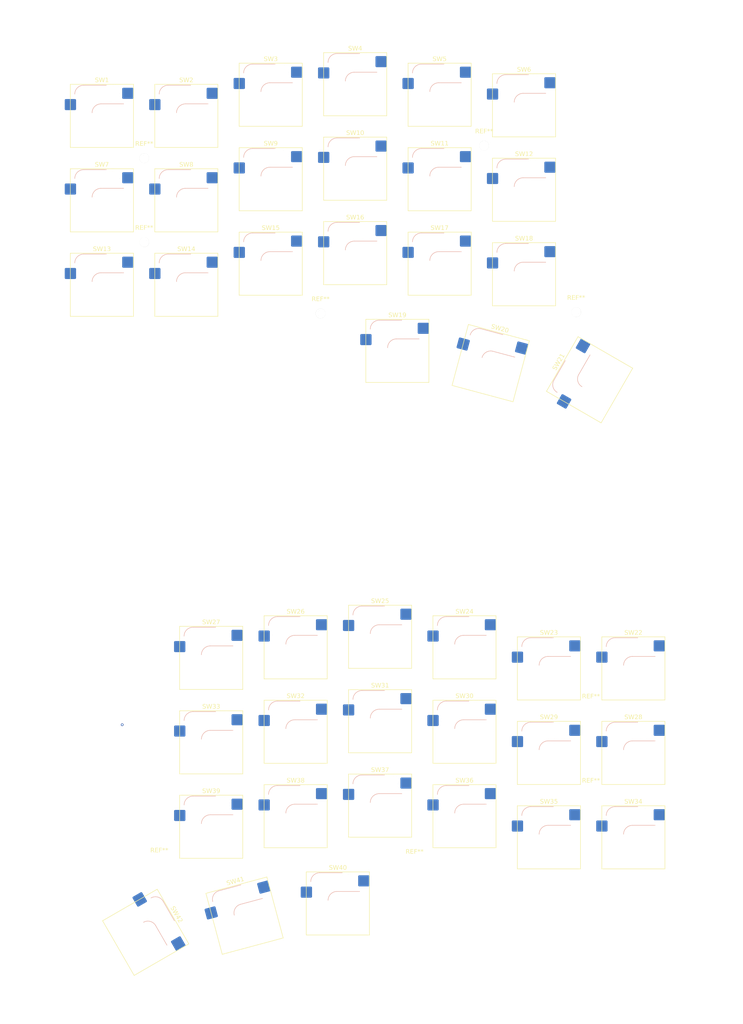
<source format=kicad_pcb>
(kicad_pcb (version 20240108) (generator "pcbnew") (generator_version "8.0")
  (layers (0 "F.Cu" signal) (31 "B.Cu" signal) (34 "B.Paste" user) (35 "F.Paste" user) (36 "B.SilkS" user "B.Silkscreen") (37 "F.SilkS" user "F.Silkscreen") (38 "B.Mask" user) (39 "F.Mask" user) (44 "Edge.Cuts" user))
  (net 0 "")
  (net 1 "Net-(D1-A)")
  (net 2 "col0")
  (net 3 "Net-(D2-A)")
  (net 4 "Net-(D3-A)")
  (net 5 "Net-(D4-A)")
  (net 6 "Net-(D5-A)")
  (net 7 "Net-(D6-A)")
  (net 8 "col1")
  (net 9 "Net-(D7-A)")
  (net 10 "Net-(D8-A)")
  (net 11 "Net-(D9-A)")
  (net 12 "Net-(D10-A)")
  (net 13 "Net-(D11-A)")
  (net 14 "Net-(D12-A)")
  (net 15 "col2")
  (net 16 "Net-(D13-A)")
  (net 17 "Net-(D14-A)")
  (net 18 "Net-(D15-A)")
  (net 19 "Net-(D16-A)")
  (net 20 "Net-(D17-A)")
  (net 21 "Net-(D18-A)")
  (net 22 "col3")
  (net 23 "Net-(D19-A)")
  (net 24 "Net-(D20-A)")
  (net 25 "Net-(D21-A)")
  (net 26 "Net-(D22-A)")
  (net 27 "Net-(D23-A)")
  (net 28 "Net-(D24-A)")
  (net 29 "Net-(D25-A)")
  (net 30 "Net-(D26-A)")
  (net 31 "col4")
  (net 32 "Net-(D27-A)")
  (net 33 "Net-(D28-A)")
  (net 34 "Net-(D29-A)")
  (net 35 "Net-(D30-A)")
  (net 36 "Net-(D31-A)")
  (net 37 "Net-(D32-A)")
  (net 38 "Net-(D33-A)")
  (net 39 "Net-(D34-A)")
  (net 40 "Net-(D35-A)")
  (net 41 "col5")
  (net 42 "Net-(D36-A)")
  (net 43 "Net-(D37-A)")
  (net 44 "Net-(D38-A)")
  (net 45 "Net-(D39-A)")
  (net 46 "Net-(D40-A)")
  (net 47 "Net-(D41-A)")
  (net 48 "Net-(D42-A)")
  (net 49 "col0_r")
  (net 50 "col1_r")
  (net 51 "col2_r")
  (net 52 "col3_r")
  (net 53 "col4_r")
  (net 54 "col5_r")
  (net 55 "VCC_r")
  (footprint "ScottoKeebs_Hotswap:Hotswap_MX_1.00u" (layer "F.Cu") (at 77.95 223.825 15)
    (property "Reference" "SW41" (at 0 -8 15) (layer "F.SilkS"))
    (property "Value" "SW_PUSH" (hide yes))
    (pad "" np_thru_hole circle (at -5.08 0 15) (size 1.75 1.75) (drill 1.75) (layers "*.Cu" "*.Mask"))
    (pad "" np_thru_hole circle (at -3.81 -2.54 15) (size 3.05 3.05) (drill 3.05) (layers "*.Cu" "*.Mask"))
    (pad "" np_thru_hole circle (at 0 0 15) (size 4 4) (drill 4) (layers "*.Cu" "*.Mask"))
    (pad "" np_thru_hole circle (at 2.54 -5.08 15) (size 3.05 3.05) (drill 3.05) (layers "*.Cu" "*.Mask"))
    (pad "" np_thru_hole circle (at 5.08 0 15) (size 1.75 1.75) (drill 1.75) (layers "*.Cu" "*.Mask"))
    (pad "1" smd roundrect (at -7.085 -2.54 15) (size 2.55 2.5) (layers "B.Cu" "B.Paste" "B.Mask") (roundrect_rratio 0.1) (net 53 "col4_r"))
    (pad "2" smd roundrect (at 5.842 -5.08 15) (size 2.55 2.5) (layers "B.Cu" "B.Paste" "B.Mask") (roundrect_rratio 0.1) (net 47 "Net-(D41-A)"))
  )
  (footprint "ScottoKeebs_Hotswap:Hotswap_MX_1.00u" (layer "F.Cu") (at 108.45 161.075)
    (property "Reference" "SW25" (at 0 -8 0) (layer "F.SilkS"))
    (property "Value" "SW_PUSH" (hide yes))
    (pad "" np_thru_hole circle (at -5.08 0) (size 1.75 1.75) (drill 1.75) (layers "*.Cu" "*.Mask"))
    (pad "" np_thru_hole circle (at -3.81 -2.54) (size 3.05 3.05) (drill 3.05) (layers "*.Cu" "*.Mask"))
    (pad "" np_thru_hole circle (at 0 0) (size 4 4) (drill 4) (layers "*.Cu" "*.Mask"))
    (pad "" np_thru_hole circle (at 2.54 -5.08) (size 3.05 3.05) (drill 3.05) (layers "*.Cu" "*.Mask"))
    (pad "" np_thru_hole circle (at 5.08 0) (size 1.75 1.75) (drill 1.75) (layers "*.Cu" "*.Mask"))
    (pad "1" smd roundrect (at -7.085 -2.54) (size 2.55 2.5) (layers "B.Cu" "B.Paste" "B.Mask") (roundrect_rratio 0.1) (net 52 "col3_r"))
    (pad "2" smd roundrect (at 5.842 -5.08) (size 2.55 2.5) (layers "B.Cu" "B.Paste" "B.Mask") (roundrect_rratio 0.1) (net 29 "Net-(D25-A)"))
  )
  (footprint "ScottoKeebs_Hotswap:Hotswap_MX_1.00u" (layer "F.Cu") (at 127.45 163.45)
    (property "Reference" "SW24" (at 0 -8 0) (layer "F.SilkS"))
    (property "Value" "SW_PUSH" (hide yes))
    (pad "" np_thru_hole circle (at -5.08 0) (size 1.75 1.75) (drill 1.75) (layers "*.Cu" "*.Mask"))
    (pad "" np_thru_hole circle (at -3.81 -2.54) (size 3.05 3.05) (drill 3.05) (layers "*.Cu" "*.Mask"))
    (pad "" np_thru_hole circle (at 0 0) (size 4 4) (drill 4) (layers "*.Cu" "*.Mask"))
    (pad "" np_thru_hole circle (at 2.54 -5.08) (size 3.05 3.05) (drill 3.05) (layers "*.Cu" "*.Mask"))
    (pad "" np_thru_hole circle (at 5.08 0) (size 1.75 1.75) (drill 1.75) (layers "*.Cu" "*.Mask"))
    (pad "1" smd roundrect (at -7.085 -2.54) (size 2.55 2.5) (layers "B.Cu" "B.Paste" "B.Mask") (roundrect_rratio 0.1) (net 51 "col2_r"))
    (pad "2" smd roundrect (at 5.842 -5.08) (size 2.55 2.5) (layers "B.Cu" "B.Paste" "B.Mask") (roundrect_rratio 0.1) (net 28 "Net-(D24-A)"))
  )
  (footprint "ScottoKeebs_Hotswap:Hotswap_MX_1.00u" (layer "F.Cu") (at 45.845 43.876)
    (property "Reference" "SW1" (at 0 -8 0) (layer "F.SilkS"))
    (property "Value" "SW_PUSH" (hide yes))
    (pad "" np_thru_hole circle (at -5.08 0) (size 1.75 1.75) (drill 1.75) (layers "*.Cu" "*.Mask"))
    (pad "" np_thru_hole circle (at -3.81 -2.54) (size 3.05 3.05) (drill 3.05) (layers "*.Cu" "*.Mask"))
    (pad "" np_thru_hole circle (at 0 0) (size 4 4) (drill 4) (layers "*.Cu" "*.Mask"))
    (pad "" np_thru_hole circle (at 2.54 -5.08) (size 3.05 3.05) (drill 3.05) (layers "*.Cu" "*.Mask"))
    (pad "" np_thru_hole circle (at 5.08 0) (size 1.75 1.75) (drill 1.75) (layers "*.Cu" "*.Mask"))
    (pad "1" smd roundrect (at -7.085 -2.54) (size 2.55 2.5) (layers "B.Cu" "B.Paste" "B.Mask") (roundrect_rratio 0.1) (net 2 "col0"))
    (pad "2" smd roundrect (at 5.842 -5.08) (size 2.55 2.5) (layers "B.Cu" "B.Paste" "B.Mask") (roundrect_rratio 0.1) (net 1 "Net-(D1-A)"))
  )
  (footprint "ScottoKeebs_Hotswap:Hotswap_MX_1.00u" (layer "F.Cu") (at 102.845 55.751)
    (property "Reference" "SW10" (at 0 -8 0) (layer "F.SilkS"))
    (property "Value" "SW_PUSH" (hide yes))
    (pad "" np_thru_hole circle (at -5.08 0) (size 1.75 1.75) (drill 1.75) (layers "*.Cu" "*.Mask"))
    (pad "" np_thru_hole circle (at -3.81 -2.54) (size 3.05 3.05) (drill 3.05) (layers "*.Cu" "*.Mask"))
    (pad "" np_thru_hole circle (at 0 0) (size 4 4) (drill 4) (layers "*.Cu" "*.Mask"))
    (pad "" np_thru_hole circle (at 2.54 -5.08) (size 3.05 3.05) (drill 3.05) (layers "*.Cu" "*.Mask"))
    (pad "" np_thru_hole circle (at 5.08 0) (size 1.75 1.75) (drill 1.75) (layers "*.Cu" "*.Mask"))
    (pad "1" smd roundrect (at -7.085 -2.54) (size 2.55 2.5) (layers "B.Cu" "B.Paste" "B.Mask") (roundrect_rratio 0.1) (net 22 "col3"))
    (pad "2" smd roundrect (at 5.842 -5.08) (size 2.55 2.5) (layers "B.Cu" "B.Paste" "B.Mask") (roundrect_rratio 0.1) (net 12 "Net-(D10-A)"))
  )
  (footprint "ScottoKeebs_Hotswap:Hotswap_MX_1.00u" (layer "F.Cu") (at 83.845 58.126)
    (property "Reference" "SW9" (at 0 -8 0) (layer "F.SilkS"))
    (property "Value" "SW_PUSH" (hide yes))
    (pad "" np_thru_hole circle (at -5.08 0) (size 1.75 1.75) (drill 1.75) (layers "*.Cu" "*.Mask"))
    (pad "" np_thru_hole circle (at -3.81 -2.54) (size 3.05 3.05) (drill 3.05) (layers "*.Cu" "*.Mask"))
    (pad "" np_thru_hole circle (at 0 0) (size 4 4) (drill 4) (layers "*.Cu" "*.Mask"))
    (pad "" np_thru_hole circle (at 2.54 -5.08) (size 3.05 3.05) (drill 3.05) (layers "*.Cu" "*.Mask"))
    (pad "" np_thru_hole circle (at 5.08 0) (size 1.75 1.75) (drill 1.75) (layers "*.Cu" "*.Mask"))
    (pad "1" smd roundrect (at -7.085 -2.54) (size 2.55 2.5) (layers "B.Cu" "B.Paste" "B.Mask") (roundrect_rratio 0.1) (net 15 "col2"))
    (pad "2" smd roundrect (at 5.842 -5.08) (size 2.55 2.5) (layers "B.Cu" "B.Paste" "B.Mask") (roundrect_rratio 0.1) (net 11 "Net-(D9-A)"))
  )
  (footprint "ScottoKeebs_Hotswap:Hotswap_MX_1.00u" (layer "F.Cu") (at 127.45 201.45)
    (property "Reference" "SW36" (at 0 -8 0) (layer "F.SilkS"))
    (property "Value" "SW_PUSH" (hide yes))
    (pad "" np_thru_hole circle (at -5.08 0) (size 1.75 1.75) (drill 1.75) (layers "*.Cu" "*.Mask"))
    (pad "" np_thru_hole circle (at -3.81 -2.54) (size 3.05 3.05) (drill 3.05) (layers "*.Cu" "*.Mask"))
    (pad "" np_thru_hole circle (at 0 0) (size 4 4) (drill 4) (layers "*.Cu" "*.Mask"))
    (pad "" np_thru_hole circle (at 2.54 -5.08) (size 3.05 3.05) (drill 3.05) (layers "*.Cu" "*.Mask"))
    (pad "" np_thru_hole circle (at 5.08 0) (size 1.75 1.75) (drill 1.75) (layers "*.Cu" "*.Mask"))
    (pad "1" smd roundrect (at -7.085 -2.54) (size 2.55 2.5) (layers "B.Cu" "B.Paste" "B.Mask") (roundrect_rratio 0.1) (net 51 "col2_r"))
    (pad "2" smd roundrect (at 5.842 -5.08) (size 2.55 2.5) (layers "B.Cu" "B.Paste" "B.Mask") (roundrect_rratio 0.1) (net 42 "Net-(D36-A)"))
  )
  (footprint "MountingHole:MountingHole_2.2mm_M2" (layer "F.Cu") (at 55.372 53.38)
    (property "Reference" "REF**" (at 0 -3.2 0) (layer "F.SilkS"))
    (property "Value" "MountingHole_2.2mm_M2" (hide yes))
    (pad "" np_thru_hole circle (at 0 0) (size 2.2 2.2) (drill 2.2) (layers "F&B.Cu" "Dwgs.User"))
  )
  (footprint "MountingHole:MountingHole_2.2mm_M2" (layer "F.Cu") (at 155.915 196.669)
    (property "Reference" "REF**" (at 0 -3.2 0) (layer "F.SilkS"))
    (property "Value" "MountingHole_2.2mm_M2" (hide yes))
    (pad "" np_thru_hole circle (at 0 0) (size 2.2 2.2) (drill 2.2) (layers "F&B.Cu" "Dwgs.User"))
  )
  (footprint "ScottoKeebs_Hotswap:Hotswap_MX_1.00u" (layer "F.Cu") (at 64.845 81.876)
    (property "Reference" "SW14" (at 0 -8 0) (layer "F.SilkS"))
    (property "Value" "SW_PUSH" (hide yes))
    (pad "" np_thru_hole circle (at -5.08 0) (size 1.75 1.75) (drill 1.75) (layers "*.Cu" "*.Mask"))
    (pad "" np_thru_hole circle (at -3.81 -2.54) (size 3.05 3.05) (drill 3.05) (layers "*.Cu" "*.Mask"))
    (pad "" np_thru_hole circle (at 0 0) (size 4 4) (drill 4) (layers "*.Cu" "*.Mask"))
    (pad "" np_thru_hole circle (at 2.54 -5.08) (size 3.05 3.05) (drill 3.05) (layers "*.Cu" "*.Mask"))
    (pad "" np_thru_hole circle (at 5.08 0) (size 1.75 1.75) (drill 1.75) (layers "*.Cu" "*.Mask"))
    (pad "1" smd roundrect (at -7.085 -2.54) (size 2.55 2.5) (layers "B.Cu" "B.Paste" "B.Mask") (roundrect_rratio 0.1) (net 8 "col1"))
    (pad "2" smd roundrect (at 5.842 -5.08) (size 2.55 2.5) (layers "B.Cu" "B.Paste" "B.Mask") (roundrect_rratio 0.1) (net 17 "Net-(D14-A)"))
  )
  (footprint "ScottoKeebs_Hotswap:Hotswap_MX_1.00u" (layer "F.Cu") (at 45.845 81.876)
    (property "Reference" "SW13" (at 0 -8 0) (layer "F.SilkS"))
    (property "Value" "SW_PUSH" (hide yes))
    (pad "" np_thru_hole circle (at -5.08 0) (size 1.75 1.75) (drill 1.75) (layers "*.Cu" "*.Mask"))
    (pad "" np_thru_hole circle (at -3.81 -2.54) (size 3.05 3.05) (drill 3.05) (layers "*.Cu" "*.Mask"))
    (pad "" np_thru_hole circle (at 0 0) (size 4 4) (drill 4) (layers "*.Cu" "*.Mask"))
    (pad "" np_thru_hole circle (at 2.54 -5.08) (size 3.05 3.05) (drill 3.05) (layers "*.Cu" "*.Mask"))
    (pad "" np_thru_hole circle (at 5.08 0) (size 1.75 1.75) (drill 1.75) (layers "*.Cu" "*.Mask"))
    (pad "1" smd roundrect (at -7.085 -2.54) (size 2.55 2.5) (layers "B.Cu" "B.Paste" "B.Mask") (roundrect_rratio 0.1) (net 2 "col0"))
    (pad "2" smd roundrect (at 5.842 -5.08) (size 2.55 2.5) (layers "B.Cu" "B.Paste" "B.Mask") (roundrect_rratio 0.1) (net 16 "Net-(D13-A)"))
  )
  (footprint "ScottoKeebs_Hotswap:Hotswap_MX_1.00u" (layer "F.Cu") (at 146.45 168.2)
    (property "Reference" "SW23" (at 0 -8 0) (layer "F.SilkS"))
    (property "Value" "SW_PUSH" (hide yes))
    (pad "" np_thru_hole circle (at -5.08 0) (size 1.75 1.75) (drill 1.75) (layers "*.Cu" "*.Mask"))
    (pad "" np_thru_hole circle (at -3.81 -2.54) (size 3.05 3.05) (drill 3.05) (layers "*.Cu" "*.Mask"))
    (pad "" np_thru_hole circle (at 0 0) (size 4 4) (drill 4) (layers "*.Cu" "*.Mask"))
    (pad "" np_thru_hole circle (at 2.54 -5.08) (size 3.05 3.05) (drill 3.05) (layers "*.Cu" "*.Mask"))
    (pad "" np_thru_hole circle (at 5.08 0) (size 1.75 1.75) (drill 1.75) (layers "*.Cu" "*.Mask"))
    (pad "1" smd roundrect (at -7.085 -2.54) (size 2.55 2.5) (layers "B.Cu" "B.Paste" "B.Mask") (roundrect_rratio 0.1) (net 50 "col1_r"))
    (pad "2" smd roundrect (at 5.842 -5.08) (size 2.55 2.5) (layers "B.Cu" "B.Paste" "B.Mask") (roundrect_rratio 0.1) (net 27 "Net-(D23-A)"))
  )
  (footprint "ScottoKeebs_Hotswap:Hotswap_MX_1.00u" (layer "F.Cu") (at 45.845 62.876)
    (property "Reference" "SW7" (at 0 -8 0) (layer "F.SilkS"))
    (property "Value" "SW_PUSH" (hide yes))
    (pad "" np_thru_hole circle (at -5.08 0) (size 1.75 1.75) (drill 1.75) (layers "*.Cu" "*.Mask"))
    (pad "" np_thru_hole circle (at -3.81 -2.54) (size 3.05 3.05) (drill 3.05) (layers "*.Cu" "*.Mask"))
    (pad "" np_thru_hole circle (at 0 0) (size 4 4) (drill 4) (layers "*.Cu" "*.Mask"))
    (pad "" np_thru_hole circle (at 2.54 -5.08) (size 3.05 3.05) (drill 3.05) (layers "*.Cu" "*.Mask"))
    (pad "" np_thru_hole circle (at 5.08 0) (size 1.75 1.75) (drill 1.75) (layers "*.Cu" "*.Mask"))
    (pad "1" smd roundrect (at -7.085 -2.54) (size 2.55 2.5) (layers "B.Cu" "B.Paste" "B.Mask") (roundrect_rratio 0.1) (net 2 "col0"))
    (pad "2" smd roundrect (at 5.842 -5.08) (size 2.55 2.5) (layers "B.Cu" "B.Paste" "B.Mask") (roundrect_rratio 0.1) (net 9 "Net-(D7-A)"))
  )
  (footprint "ScottoKeebs_Hotswap:Hotswap_MX_1.00u" (layer "F.Cu") (at 70.443 165.83)
    (property "Reference" "SW27" (at 0 -8 0) (layer "F.SilkS"))
    (property "Value" "SW_PUSH" (hide yes))
    (pad "" np_thru_hole circle (at -5.08 0) (size 1.75 1.75) (drill 1.75) (layers "*.Cu" "*.Mask"))
    (pad "" np_thru_hole circle (at -3.81 -2.54) (size 3.05 3.05) (drill 3.05) (layers "*.Cu" "*.Mask"))
    (pad "" np_thru_hole circle (at 0 0) (size 4 4) (drill 4) (layers "*.Cu" "*.Mask"))
    (pad "" np_thru_hole circle (at 2.54 -5.08) (size 3.05 3.05) (drill 3.05) (layers "*.Cu" "*.Mask"))
    (pad "" np_thru_hole circle (at 5.08 0) (size 1.75 1.75) (drill 1.75) (layers "*.Cu" "*.Mask"))
    (pad "1" smd roundrect (at -7.085 -2.54) (size 2.55 2.5) (layers "B.Cu" "B.Paste" "B.Mask") (roundrect_rratio 0.1) (net 54 "col5_r"))
    (pad "2" smd roundrect (at 5.842 -5.08) (size 2.55 2.5) (layers "B.Cu" "B.Paste" "B.Mask") (roundrect_rratio 0.1) (net 32 "Net-(D27-A)"))
  )
  (footprint "ScottoKeebs_Hotswap:Hotswap_MX_1.00u" (layer "F.Cu") (at 83.845 39.126)
    (property "Reference" "SW3" (at 0 -8 0) (layer "F.SilkS"))
    (property "Value" "SW_PUSH" (hide yes))
    (pad "" np_thru_hole circle (at -5.08 0) (size 1.75 1.75) (drill 1.75) (layers "*.Cu" "*.Mask"))
    (pad "" np_thru_hole circle (at -3.81 -2.54) (size 3.05 3.05) (drill 3.05) (layers "*.Cu" "*.Mask"))
    (pad "" np_thru_hole circle (at 0 0) (size 4 4) (drill 4) (layers "*.Cu" "*.Mask"))
    (pad "" np_thru_hole circle (at 2.54 -5.08) (size 3.05 3.05) (drill 3.05) (layers "*.Cu" "*.Mask"))
    (pad "" np_thru_hole circle (at 5.08 0) (size 1.75 1.75) (drill 1.75) (layers "*.Cu" "*.Mask"))
    (pad "1" smd roundrect (at -7.085 -2.54) (size 2.55 2.5) (layers "B.Cu" "B.Paste" "B.Mask") (roundrect_rratio 0.1) (net 15 "col2"))
    (pad "2" smd roundrect (at 5.842 -5.08) (size 2.55 2.5) (layers "B.Cu" "B.Paste" "B.Mask") (roundrect_rratio 0.1) (net 4 "Net-(D3-A)"))
  )
  (footprint "ScottoKeebs_Hotswap:Hotswap_MX_1.00u" (layer "F.Cu") (at 108.45 199.075)
    (property "Reference" "SW37" (at 0 -8 0) (layer "F.SilkS"))
    (property "Value" "SW_PUSH" (hide yes))
    (pad "" np_thru_hole circle (at -5.08 0) (size 1.75 1.75) (drill 1.75) (layers "*.Cu" "*.Mask"))
    (pad "" np_thru_hole circle (at -3.81 -2.54) (size 3.05 3.05) (drill 3.05) (layers "*.Cu" "*.Mask"))
    (pad "" np_thru_hole circle (at 0 0) (size 4 4) (drill 4) (layers "*.Cu" "*.Mask"))
    (pad "" np_thru_hole circle (at 2.54 -5.08) (size 3.05 3.05) (drill 3.05) (layers "*.Cu" "*.Mask"))
    (pad "" np_thru_hole circle (at 5.08 0) (size 1.75 1.75) (drill 1.75) (layers "*.Cu" "*.Mask"))
    (pad "1" smd roundrect (at -7.085 -2.54) (size 2.55 2.5) (layers "B.Cu" "B.Paste" "B.Mask") (roundrect_rratio 0.1) (net 52 "col3_r"))
    (pad "2" smd roundrect (at 5.842 -5.08) (size 2.55 2.5) (layers "B.Cu" "B.Paste" "B.Mask") (roundrect_rratio 0.1) (net 43 "Net-(D37-A)"))
  )
  (footprint "MountingHole:MountingHole_2.2mm_M2" (layer "F.Cu") (at 55.372 72.28)
    (property "Reference" "REF**" (at 0 -3.2 0) (layer "F.SilkS"))
    (property "Value" "MountingHole_2.2mm_M2" (hide yes))
    (pad "" np_thru_hole circle (at 0 0) (size 2.2 2.2) (drill 2.2) (layers "F&B.Cu" "Dwgs.User"))
  )
  (footprint "ScottoKeebs_Hotswap:Hotswap_MX_1.00u" (layer "F.Cu") (at 64.845 43.876)
    (property "Reference" "SW2" (at 0 -8 0) (layer "F.SilkS"))
    (property "Value" "SW_PUSH" (hide yes))
    (pad "" np_thru_hole circle (at -5.08 0) (size 1.75 1.75) (drill 1.75) (layers "*.Cu" "*.Mask"))
    (pad "" np_thru_hole circle (at -3.81 -2.54) (size 3.05 3.05) (drill 3.05) (layers "*.Cu" "*.Mask"))
    (pad "" np_thru_hole circle (at 0 0) (size 4 4) (drill 4) (layers "*.Cu" "*.Mask"))
    (pad "" np_thru_hole circle (at 2.54 -5.08) (size 3.05 3.05) (drill 3.05) (layers "*.Cu" "*.Mask"))
    (pad "" np_thru_hole circle (at 5.08 0) (size 1.75 1.75) (drill 1.75) (layers "*.Cu" "*.Mask"))
    (pad "1" smd roundrect (at -7.085 -2.54) (size 2.55 2.5) (layers "B.Cu" "B.Paste" "B.Mask") (roundrect_rratio 0.1) (net 8 "col1"))
    (pad "2" smd roundrect (at 5.842 -5.08) (size 2.55 2.5) (layers "B.Cu" "B.Paste" "B.Mask") (roundrect_rratio 0.1) (net 3 "Net-(D2-A)"))
  )
  (footprint "ScottoKeebs_Hotswap:Hotswap_MX_1.00u" (layer "F.Cu") (at 155.595 103.251 60)
    (property "Reference" "SW21" (at 0 -8 60) (layer "F.SilkS"))
    (property "Value" "SW_PUSH" (hide yes))
    (pad "" np_thru_hole circle (at -5.08 0 60) (size 1.75 1.75) (drill 1.75) (layers "*.Cu" "*.Mask"))
    (pad "" np_thru_hole circle (at -3.81 -2.54 60) (size 3.05 3.05) (drill 3.05) (layers "*.Cu" "*.Mask"))
    (pad "" np_thru_hole circle (at 0 0 60) (size 4 4) (drill 4) (layers "*.Cu" "*.Mask"))
    (pad "" np_thru_hole circle (at 2.54 -5.08 60) (size 3.05 3.05) (drill 3.05) (layers "*.Cu" "*.Mask"))
    (pad "" np_thru_hole circle (at 5.08 0 60) (size 1.75 1.75) (drill 1.75) (layers "*.Cu" "*.Mask"))
    (pad "1" smd roundrect (at -7.085 -2.54 60) (size 2.55 2.5) (layers "B.Cu" "B.Paste" "B.Mask") (roundrect_rratio 0.1) (net 41 "col5"))
    (pad "2" smd roundrect (at 5.842 -5.08 60) (size 2.55 2.5) (layers "B.Cu" "B.Paste" "B.Mask") (roundrect_rratio 0.1) (net 25 "Net-(D21-A)"))
  )
  (footprint "ScottoKeebs_Hotswap:Hotswap_MX_1.00u" (layer "F.Cu") (at 83.845 77.126)
    (property "Reference" "SW15" (at 0 -8 0) (layer "F.SilkS"))
    (property "Value" "SW_PUSH" (hide yes))
    (pad "" np_thru_hole circle (at -5.08 0) (size 1.75 1.75) (drill 1.75) (layers "*.Cu" "*.Mask"))
    (pad "" np_thru_hole circle (at -3.81 -2.54) (size 3.05 3.05) (drill 3.05) (layers "*.Cu" "*.Mask"))
    (pad "" np_thru_hole circle (at 0 0) (size 4 4) (drill 4) (layers "*.Cu" "*.Mask"))
    (pad "" np_thru_hole circle (at 2.54 -5.08) (size 3.05 3.05) (drill 3.05) (layers "*.Cu" "*.Mask"))
    (pad "" np_thru_hole circle (at 5.08 0) (size 1.75 1.75) (drill 1.75) (layers "*.Cu" "*.Mask"))
    (pad "1" smd roundrect (at -7.085 -2.54) (size 2.55 2.5) (layers "B.Cu" "B.Paste" "B.Mask") (roundrect_rratio 0.1) (net 15 "col2"))
    (pad "2" smd roundrect (at 5.842 -5.08) (size 2.55 2.5) (layers "B.Cu" "B.Paste" "B.Mask") (roundrect_rratio 0.1) (net 18 "Net-(D15-A)"))
  )
  (footprint "ScottoKeebs_Hotswap:Hotswap_MX_1.00u" (layer "F.Cu") (at 89.45 182.45)
    (property "Reference" "SW32" (at 0 -8 0) (layer "F.SilkS"))
    (property "Value" "SW_PUSH" (hide yes))
    (pad "" np_thru_hole circle (at -5.08 0) (size 1.75 1.75) (drill 1.75) (layers "*.Cu" "*.Mask"))
    (pad "" np_thru_hole circle (at -3.81 -2.54) (size 3.05 3.05) (drill 3.05) (layers "*.Cu" "*.Mask"))
    (pad "" np_thru_hole circle (at 0 0) (size 4 4) (drill 4) (layers "*.Cu" "*.Mask"))
    (pad "" np_thru_hole circle (at 2.54 -5.08) (size 3.05 3.05) (drill 3.05) (layers "*.Cu" "*.Mask"))
    (pad "" np_thru_hole circle (at 5.08 0) (size 1.75 1.75) (drill 1.75) (layers "*.Cu" "*.Mask"))
    (pad "1" smd roundrect (at -7.085 -2.54) (size 2.55 2.5) (layers "B.Cu" "B.Paste" "B.Mask") (roundrect_rratio 0.1) (net 53 "col4_r"))
    (pad "2" smd roundrect (at 5.842 -5.08) (size 2.55 2.5) (layers "B.Cu" "B.Paste" "B.Mask") (roundrect_rratio 0.1) (net 37 "Net-(D32-A)"))
  )
  (footprint "ScottoKeebs_Hotswap:Hotswap_MX_1.00u" (layer "F.Cu") (at 121.845 77.126)
    (property "Reference" "SW17" (at 0 -8 0) (layer "F.SilkS"))
    (property "Value" "SW_PUSH" (hide yes))
    (pad "" np_thru_hole circle (at -5.08 0) (size 1.75 1.75) (drill 1.75) (layers "*.Cu" "*.Mask"))
    (pad "" np_thru_hole circle (at -3.81 -2.54) (size 3.05 3.05) (drill 3.05) (layers "*.Cu" "*.Mask"))
    (pad "" np_thru_hole circle (at 0 0) (size 4 4) (drill 4) (layers "*.Cu" "*.Mask"))
    (pad "" np_thru_hole circle (at 2.54 -5.08) (size 3.05 3.05) (drill 3.05) (layers "*.Cu" "*.Mask"))
    (pad "" np_thru_hole circle (at 5.08 0) (size 1.75 1.75) (drill 1.75) (layers "*.Cu" "*.Mask"))
    (pad "1" smd roundrect (at -7.085 -2.54) (size 2.55 2.5) (layers "B.Cu" "B.Paste" "B.Mask") (roundrect_rratio 0.1) (net 31 "col4"))
    (pad "2" smd roundrect (at 5.842 -5.08) (size 2.55 2.5) (layers "B.Cu" "B.Paste" "B.Mask") (roundrect_rratio 0.1) (net 20 "Net-(D17-A)"))
  )
  (footprint "ScottoKeebs_Hotswap:Hotswap_MX_1.00u" (layer "F.Cu") (at 165.45 206.2)
    (property "Reference" "SW34" (at 0 -8 0) (layer "F.SilkS"))
    (property "Value" "SW_PUSH" (hide yes))
    (pad "" np_thru_hole circle (at -5.08 0) (size 1.75 1.75) (drill 1.75) (layers "*.Cu" "*.Mask"))
    (pad "" np_thru_hole circle (at -3.81 -2.54) (size 3.05 3.05) (drill 3.05) (layers "*.Cu" "*.Mask"))
    (pad "" np_thru_hole circle (at 0 0) (size 4 4) (drill 4) (layers "*.Cu" "*.Mask"))
    (pad "" np_thru_hole circle (at 2.54 -5.08) (size 3.05 3.05) (drill 3.05) (layers "*.Cu" "*.Mask"))
    (pad "" np_thru_hole circle (at 5.08 0) (size 1.75 1.75) (drill 1.75) (layers "*.Cu" "*.Mask"))
    (pad "1" smd roundrect (at -7.085 -2.54) (size 2.55 2.5) (layers "B.Cu" "B.Paste" "B.Mask") (roundrect_rratio 0.1) (net 49 "col0_r"))
    (pad "2" smd roundrect (at 5.842 -5.08) (size 2.55 2.5) (layers "B.Cu" "B.Paste" "B.Mask") (roundrect_rratio 0.1) (net 39 "Net-(D34-A)"))
  )
  (footprint "ScottoKeebs_Hotswap:Hotswap_MX_1.00u" (layer "F.Cu") (at 140.845 60.501)
    (property "Reference" "SW12" (at 0 -8 0) (layer "F.SilkS"))
    (property "Value" "SW_PUSH" (hide yes))
    (pad "" np_thru_hole circle (at -5.08 0) (size 1.75 1.75) (drill 1.75) (layers "*.Cu" "*.Mask"))
    (pad "" np_thru_hole circle (at -3.81 -2.54) (size 3.05 3.05) (drill 3.05) (layers "*.Cu" "*.Mask"))
    (pad "" np_thru_hole circle (at 0 0) (size 4 4) (drill 4) (layers "*.Cu" "*.Mask"))
    (pad "" np_thru_hole circle (at 2.54 -5.08) (size 3.05 3.05) (drill 3.05) (layers "*.Cu" "*.Mask"))
    (pad "" np_thru_hole circle (at 5.08 0) (size 1.75 1.75) (drill 1.75) (layers "*.Cu" "*.Mask"))
    (pad "1" smd roundrect (at -7.085 -2.54) (size 2.55 2.5) (layers "B.Cu" "B.Paste" "B.Mask") (roundrect_rratio 0.1) (net 41 "col5"))
    (pad "2" smd roundrect (at 5.842 -5.08) (size 2.55 2.5) (layers "B.Cu" "B.Paste" "B.Mask") (roundrect_rratio 0.1) (net 14 "Net-(D12-A)"))
  )
  (footprint "ScottoKeebs_Hotswap:Hotswap_MX_1.00u" (layer "F.Cu") (at 127.45 182.45)
    (property "Reference" "SW30" (at 0 -8 0) (layer "F.SilkS"))
    (property "Value" "SW_PUSH" (hide yes))
    (pad "" np_thru_hole circle (at -5.08 0) (size 1.75 1.75) (drill 1.75) (layers "*.Cu" "*.Mask"))
    (pad "" np_thru_hole circle (at -3.81 -2.54) (size 3.05 3.05) (drill 3.05) (layers "*.Cu" "*.Mask"))
    (pad "" np_thru_hole circle (at 0 0) (size 4 4) (drill 4) (layers "*.Cu" "*.Mask"))
    (pad "" np_thru_hole circle (at 2.54 -5.08) (size 3.05 3.05) (drill 3.05) (layers "*.Cu" "*.Mask"))
    (pad "" np_thru_hole circle (at 5.08 0) (size 1.75 1.75) (drill 1.75) (layers "*.Cu" "*.Mask"))
    (pad "1" smd roundrect (at -7.085 -2.54) (size 2.55 2.5) (layers "B.Cu" "B.Paste" "B.Mask") (roundrect_rratio 0.1) (net 51 "col2_r"))
    (pad "2" smd roundrect (at 5.842 -5.08) (size 2.55 2.5) (layers "B.Cu" "B.Paste" "B.Mask") (roundrect_rratio 0.1) (net 35 "Net-(D30-A)"))
  )
  (footprint "MountingHole:MountingHole_2.2mm_M2" (layer "F.Cu") (at 95.072 88.33)
    (property "Reference" "REF**" (at 0 -3.2 0) (layer "F.SilkS"))
    (property "Value" "MountingHole_2.2mm_M2" (hide yes))
    (pad "" np_thru_hole circle (at 0 0) (size 2.2 2.2) (drill 2.2) (layers "F&B.Cu" "Dwgs.User"))
  )
  (footprint "MountingHole:MountingHole_2.2mm_M2" (layer "F.Cu") (at 152.572 88.03)
    (property "Reference" "REF**" (at 0 -3.2 0) (layer "F.SilkS"))
    (property "Value" "MountingHole_2.2mm_M2" (hide yes))
    (pad "" np_thru_hole circle (at 0 0) (size 2.2 2.2) (drill 2.2) (layers "F&B.Cu" "Dwgs.User"))
  )
  (footprint "ScottoKeebs_Hotswap:Hotswap_MX_1.00u" (layer "F.Cu") (at 89.45 163.45)
    (property "Reference" "SW26" (at 0 -8 0) (layer "F.SilkS"))
    (property "Value" "SW_PUSH" (hide yes))
    (pad "" np_thru_hole circle (at -5.08 0) (size 1.75 1.75) (drill 1.75) (layers "*.Cu" "*.Mask"))
    (pad "" np_thru_hole circle (at -3.81 -2.54) (size 3.05 3.05) (drill 3.05) (layers "*.Cu" "*.Mask"))
    (pad "" np_thru_hole circle (at 0 0) (size 4 4) (drill 4) (layers "*.Cu" "*.Mask"))
    (pad "" np_thru_hole circle (at 2.54 -5.08) (size 3.05 3.05) (drill 3.05) (layers "*.Cu" "*.Mask"))
    (pad "" np_thru_hole circle (at 5.08 0) (size 1.75 1.75) (drill 1.75) (layers "*.Cu" "*.Mask"))
    (pad "1" smd roundrect (at -7.085 -2.54) (size 2.55 2.5) (layers "B.Cu" "B.Paste" "B.Mask") (roundrect_rratio 0.1) (net 53 "col4_r"))
    (pad "2" smd roundrect (at 5.842 -5.08) (size 2.55 2.5) (layers "B.Cu" "B.Paste" "B.Mask") (roundrect_rratio 0.1) (net 30 "Net-(D26-A)"))
  )
  (footprint "MountingHole:MountingHole_2.2mm_M2" (layer "F.Cu") (at 131.872 50.58)
    (property "Reference" "REF**" (at 0 -3.2 0) (layer "F.SilkS"))
    (property "Value" "MountingHole_2.2mm_M2" (hide yes))
    (pad "" np_thru_hole circle (at 0 0) (size 2.2 2.2) (drill 2.2) (layers "F&B.Cu" "Dwgs.User"))
  )
  (footprint "ScottoKeebs_Hotswap:Hotswap_MX_1.00u" (layer "F.Cu") (at 165.45 187.2)
    (property "Reference" "SW28" (at 0 -8 0) (layer "F.SilkS"))
    (property "Value" "SW_PUSH" (hide yes))
    (pad "" np_thru_hole circle (at -5.08 0) (size 1.75 1.75) (drill 1.75) (layers "*.Cu" "*.Mask"))
    (pad "" np_thru_hole circle (at -3.81 -2.54) (size 3.05 3.05) (drill 3.05) (layers "*.Cu" "*.Mask"))
    (pad "" np_thru_hole circle (at 0 0) (size 4 4) (drill 4) (layers "*.Cu" "*.Mask"))
    (pad "" np_thru_hole circle (at 2.54 -5.08) (size 3.05 3.05) (drill 3.05) (layers "*.Cu" "*.Mask"))
    (pad "" np_thru_hole circle (at 5.08 0) (size 1.75 1.75) (drill 1.75) (layers "*.Cu" "*.Mask"))
    (pad "1" smd roundrect (at -7.085 -2.54) (size 2.55 2.5) (layers "B.Cu" "B.Paste" "B.Mask") (roundrect_rratio 0.1) (net 49 "col0_r"))
    (pad "2" smd roundrect (at 5.842 -5.08) (size 2.55 2.5) (layers "B.Cu" "B.Paste" "B.Mask") (roundrect_rratio 0.1) (net 33 "Net-(D28-A)"))
  )
  (footprint "ScottoKeebs_Hotswap:Hotswap_MX_1.00u" (layer "F.Cu") (at 70.45 184.825)
    (property "Reference" "SW33" (at 0 -8 0) (layer "F.SilkS"))
    (property "Value" "SW_PUSH" (hide yes))
    (pad "" np_thru_hole circle (at -5.08 0) (size 1.75 1.75) (drill 1.75) (layers "*.Cu" "*.Mask"))
    (pad "" np_thru_hole circle (at -3.81 -2.54) (size 3.05 3.05) (drill 3.05) (layers "*.Cu" "*.Mask"))
    (pad "" np_thru_hole circle (at 0 0) (size 4 4) (drill 4) (layers "*.Cu" "*.Mask"))
    (pad "" np_thru_hole circle (at 2.54 -5.08) (size 3.05 3.05) (drill 3.05) (layers "*.Cu" "*.Mask"))
    (pad "" np_thru_hole circle (at 5.08 0) (size 1.75 1.75) (drill 1.75) (layers "*.Cu" "*.Mask"))
    (pad "1" smd roundrect (at -7.085 -2.54) (size 2.55 2.5) (layers "B.Cu" "B.Paste" "B.Mask") (roundrect_rratio 0.1) (net 54 "col5_r"))
    (pad "2" smd roundrect (at 5.842 -5.08) (size 2.55 2.5) (layers "B.Cu" "B.Paste" "B.Mask") (roundrect_rratio 0.1) (net 38 "Net-(D33-A)"))
  )
  (footprint "ScottoKeebs_Hotswap:Hotswap_MX_1.00u" (layer "F.Cu") (at 55.7 227.575 -60)
    (property "Reference" "SW42" (at 0 -8 120) (layer "F.SilkS"))
    (property "Value" "SW_PUSH" (hide yes))
    (pad "" np_thru_hole circle (at -5.08 0 300) (size 1.75 1.75) (drill 1.75) (layers "*.Cu" "*.Mask"))
    (pad "" np_thru_hole circle (at -3.81 -2.540001 300) (size 3.05 3.05) (drill 3.05) (layers "*.Cu" "*.Mask"))
    (pad "" np_thru_hole circle (at 0 0 300) (size 4 4) (drill 4) (layers "*.Cu" "*.Mask"))
    (pad "" np_thru_hole circle (at 2.54 -5.08 300) (size 3.05 3.05) (drill 3.05) (layers "*.Cu" "*.Mask"))
    (pad "" np_thru_hole circle (at 5.08 0 300) (size 1.75 1.75) (drill 1.75) (layers "*.Cu" "*.Mask"))
    (pad "1" smd roundrect (at -7.085 -2.54 300) (size 2.55 2.5) (layers "B.Cu" "B.Paste" "B.Mask") (roundrect_rratio 0.1) (net 54 "col5_r"))
    (pad "2" smd roundrect (at 5.842 -5.08 300) (size 2.55 2.5) (layers "B.Cu" "B.Paste" "B.Mask") (roundrect_rratio 0.1) (net 48 "Net-(D42-A)"))
  )
  (footprint "ScottoKeebs_Hotswap:Hotswap_MX_1.00u" (layer "F.Cu") (at 98.95 221.075)
    (property "Reference" "SW40" (at 0 -8 0) (layer "F.SilkS"))
    (property "Value" "SW_PUSH" (hide yes))
    (pad "" np_thru_hole circle (at -5.08 0) (size 1.75 1.75) (drill 1.75) (layers "*.Cu" "*.Mask"))
    (pad "" np_thru_hole circle (at -3.81 -2.54) (size 3.05 3.05) (drill 3.05) (layers "*.Cu" "*.Mask"))
    (pad "" np_thru_hole circle (at 0 0) (size 4 4) (drill 4) (layers "*.Cu" "*.Mask"))
    (pad "" np_thru_hole circle (at 2.54 -5.08) (size 3.05 3.05) (drill 3.05) (layers "*.Cu" "*.Mask"))
    (pad "" np_thru_hole circle (at 5.08 0) (size 1.75 1.75) (drill 1.75) (layers "*.Cu" "*.Mask"))
    (pad "1" smd roundrect (at -7.085 -2.54) (size 2.55 2.5) (layers "B.Cu" "B.Paste" "B.Mask") (roundrect_rratio 0.1) (net 52 "col3_r"))
    (pad "2" smd roundrect (at 5.842 -5.08) (size 2.55 2.5) (layers "B.Cu" "B.Paste" "B.Mask") (roundrect_rratio 0.1) (net 46 "Net-(D40-A)"))
  )
  (footprint "ScottoKeebs_Hotswap:Hotswap_MX_1.00u" (layer "F.Cu") (at 108.45 180.075)
    (property "Reference" "SW31" (at 0 -8 0) (layer "F.SilkS"))
    (property "Value" "SW_PUSH" (hide yes))
    (pad "" np_thru_hole circle (at -5.08 0) (size 1.75 1.75) (drill 1.75) (layers "*.Cu" "*.Mask"))
    (pad "" np_thru_hole circle (at -3.81 -2.54) (size 3.05 3.05) (drill 3.05) (layers "*.Cu" "*.Mask"))
    (pad "" np_thru_hole circle (at 0 0) (size 4 4) (drill 4) (layers "*.Cu" "*.Mask"))
    (pad "" np_thru_hole circle (at 2.54 -5.08) (size 3.05 3.05) (drill 3.05) (layers "*.Cu" "*.Mask"))
    (pad "" np_thru_hole circle (at 5.08 0) (size 1.75 1.75) (drill 1.75) (layers "*.Cu" "*.Mask"))
    (pad "1" smd roundrect (at -7.085 -2.54) (size 2.55 2.5) (layers "B.Cu" "B.Paste" "B.Mask") (roundrect_rratio 0.1) (net 52 "col3_r"))
    (pad "2" smd roundrect (at 5.842 -5.08) (size 2.55 2.5) (layers "B.Cu" "B.Paste" "B.Mask") (roundrect_rratio 0.1) (net 36 "Net-(D31-A)"))
  )
  (footprint "ScottoKeebs_Hotswap:Hotswap_MX_1.00u" (layer "F.Cu") (at 70.45 203.825)
    (property "Reference" "SW39" (at 0 -8 0) (layer "F.SilkS"))
    (property "Value" "SW_PUSH" (hide yes))
    (pad "" np_thru_hole circle (at -5.08 0) (size 1.75 1.75) (drill 1.75) (layers "*.Cu" "*.Mask"))
    (pad "" np_thru_hole circle (at -3.81 -2.54) (size 3.05 3.05) (drill 3.05) (layers "*.Cu" "*.Mask"))
    (pad "" np_thru_hole circle (at 0 0) (size 4 4) (drill 4) (layers "*.Cu" "*.Mask"))
    (pad "" np_thru_hole circle (at 2.54 -5.08) (size 3.05 3.05) (drill 3.05) (layers "*.Cu" "*.Mask"))
    (pad "" np_thru_hole circle (at 5.08 0) (size 1.75 1.75) (drill 1.75) (layers "*.Cu" "*.Mask"))
    (pad "1" smd roundrect (at -7.085 -2.54) (size 2.55 2.5) (layers "B.Cu" "B.Paste" "B.Mask") (roundrect_rratio 0.1) (net 54 "col5_r"))
    (pad "2" smd roundrect (at 5.842 -5.08) (size 2.55 2.5) (layers "B.Cu" "B.Paste" "B.Mask") (roundrect_rratio 0.1) (net 45 "Net-(D39-A)"))
  )
  (footprint "ScottoKeebs_Hotswap:Hotswap_MX_1.00u" (layer "F.Cu") (at 112.345 96.751)
    (property "Reference" "SW19" (at 0 -8 0) (layer "F.SilkS"))
    (property "Value" "SW_PUSH" (hide yes))
    (pad "" np_thru_hole circle (at -5.08 0) (size 1.75 1.75) (drill 1.75) (layers "*.Cu" "*.Mask"))
    (pad "" np_thru_hole circle (at -3.81 -2.54) (size 3.05 3.05) (drill 3.05) (layers "*.Cu" "*.Mask"))
    (pad "" np_thru_hole circle (at 0 0) (size 4 4) (drill 4) (layers "*.Cu" "*.Mask"))
    (pad "" np_thru_hole circle (at 2.54 -5.08) (size 3.05 3.05) (drill 3.05) (layers "*.Cu" "*.Mask"))
    (pad "" np_thru_hole circle (at 5.08 0) (size 1.75 1.75) (drill 1.75) (layers "*.Cu" "*.Mask"))
    (pad "1" smd roundrect (at -7.085 -2.54) (size 2.55 2.5) (layers "B.Cu" "B.Paste" "B.Mask") (roundrect_rratio 0.1) (net 22 "col3"))
    (pad "2" smd roundrect (at 5.842 -5.08) (size 2.55 2.5) (layers "B.Cu" "B.Paste" "B.Mask") (roundrect_rratio 0.1) (net 23 "Net-(D19-A)"))
  )
  (footprint "ScottoKeebs_Hotswap:Hotswap_MX_1.00u" (layer "F.Cu") (at 140.845 79.501)
    (property "Reference" "SW18" (at 0 -8 0) (layer "F.SilkS"))
    (property "Value" "SW_PUSH" (hide yes))
    (pad "" np_thru_hole circle (at -5.08 0) (size 1.75 1.75) (drill 1.75) (layers "*.Cu" "*.Mask"))
    (pad "" np_thru_hole circle (at -3.81 -2.54) (size 3.05 3.05) (drill 3.05) (layers "*.Cu" "*.Mask"))
    (pad "" np_thru_hole circle (at 0 0) (size 4 4) (drill 4) (layers "*.Cu" "*.Mask"))
    (pad "" np_thru_hole circle (at 2.54 -5.08) (size 3.05 3.05) (drill 3.05) (layers "*.Cu" "*.Mask"))
    (pad "" np_thru_hole circle (at 5.08 0) (size 1.75 1.75) (drill 1.75) (layers "*.Cu" "*.Mask"))
    (pad "1" smd roundrect (at -7.085 -2.54) (size 2.55 2.5) (layers "B.Cu" "B.Paste" "B.Mask") (roundrect_rratio 0.1) (net 41 "col5"))
    (pad "2" smd roundrect (at 5.842 -5.08) (size 2.55 2.5) (layers "B.Cu" "B.Paste" "B.Mask") (roundrect_rratio 0.1) (net 21 "Net-(D18-A)"))
  )
  (footprint "ScottoKeebs_Hotswap:Hotswap_MX_1.00u" (layer "F.Cu") (at 102.845 36.751)
    (property "Reference" "SW4" (at 0 -8 0) (layer "F.SilkS"))
    (property "Value" "SW_PUSH" (hide yes))
    (pad "" np_thru_hole circle (at -5.08 0) (size 1.75 1.75) (drill 1.75) (layers "*.Cu" "*.Mask"))
    (pad "" np_thru_hole circle (at -3.81 -2.54) (size 3.05 3.05) (drill 3.05) (layers "*.Cu" "*.Mask"))
    (pad "" np_thru_hole circle (at 0 0) (size 4 4) (drill 4) (layers "*.Cu" "*.Mask"))
    (pad "" np_thru_hole circle (at 2.54 -5.08) (size 3.05 3.05) (drill 3.05) (layers "*.Cu" "*.Mask"))
    (pad "" np_thru_hole circle (at 5.08 0) (size 1.75 1.75) (drill 1.75) (layers "*.Cu" "*.Mask"))
    (pad "1" smd roundrect (at -7.085 -2.54) (size 2.55 2.5) (layers "B.Cu" "B.Paste" "B.Mask") (roundrect_rratio 0.1) (net 22 "col3"))
    (pad "2" smd roundrect (at 5.842 -5.08) (size 2.55 2.5) (layers "B.Cu" "B.Paste" "B.Mask") (roundrect_rratio 0.1) (net 5 "Net-(D4-A)"))
  )
  (footprint "ScottoKeebs_Hotswap:Hotswap_MX_1.00u" (layer "F.Cu") (at 165.45 168.2)
    (property "Reference" "SW22" (at 0 -8 0) (layer "F.SilkS"))
    (property "Value" "SW_PUSH" (hide yes))
    (pad "" np_thru_hole circle (at -5.08 0) (size 1.75 1.75) (drill 1.75) (layers "*.Cu" "*.Mask"))
    (pad "" np_thru_hole circle (at -3.81 -2.54) (size 3.05 3.05) (drill 3.05) (layers "*.Cu" "*.Mask"))
    (pad "" np_thru_hole circle (at 0 0) (size 4 4) (drill 4) (layers "*.Cu" "*.Mask"))
    (pad "" np_thru_hole circle (at 2.54 -5.08) (size 3.05 3.05) (drill 3.05) (layers "*.Cu" "*.Mask"))
    (pad "" np_thru_hole circle (at 5.08 0) (size 1.75 1.75) (drill 1.75) (layers "*.Cu" "*.Mask"))
    (pad "1" smd roundrect (at -7.085 -2.54) (size 2.55 2.5) (layers "B.Cu" "B.Paste" "B.Mask") (roundrect_rratio 0.1) (net 49 "col0_r"))
    (pad "2" smd roundrect (at 5.842 -5.08) (size 2.55 2.5) (layers "B.Cu" "B.Paste" "B.Mask") (roundrect_rratio 0.1) (net 26 "Net-(D22-A)"))
  )
  (footprint "ScottoKeebs_Hotswap:Hotswap_MX_1.00u" (layer "F.Cu") (at 146.45 206.2)
    (property "Reference" "SW35" (at 0 -8 0) (layer "F.SilkS"))
    (property "Value" "SW_PUSH" (hide yes))
    (pad "" np_thru_hole circle (at -5.08 0) (size 1.75 1.75) (drill 1.75) (layers "*.Cu" "*.Mask"))
    (pad "" np_thru_hole circle (at -3.81 -2.54) (size 3.05 3.05) (drill 3.05) (layers "*.Cu" "*.Mask"))
    (pad "" np_thru_hole circle (at 0 0) (size 4 4) (drill 4) (layers "*.Cu" "*.Mask"))
    (pad "" np_thru_hole circle (at 2.54 -5.08) (size 3.05 3.05) (drill 3.05) (layers "*.Cu" "*.Mask"))
    (pad "" np_thru_hole circle (at 5.08 0) (size 1.75 1.75) (drill 1.75) (layers "*.Cu" "*.Mask"))
    (pad "1" smd roundrect (at -7.085 -2.54) (size 2.55 2.5) (layers "B.Cu" "B.Paste" "B.Mask") (roundrect_rratio 0.1) (net 50 "col1_r"))
    (pad "2" smd roundrect (at 5.842 -5.08) (size 2.55 2.5) (layers "B.Cu" "B.Paste" "B.Mask") (roundrect_rratio 0.1) (net 40 "Net-(D35-A)"))
  )
  (footprint "MountingHole:MountingHole_2.2mm_M2" (layer "F.Cu") (at 116.215 212.669)
    (property "Reference" "REF**" (at 0 -3.2 0) (layer "F.SilkS"))
    (property "Value" "MountingHole_2.2mm_M2" (hide yes))
    (pad "" np_thru_hole circle (at 0 0) (size 2.2 2.2) (drill 2.2) (layers "F&B.Cu" "Dwgs.User"))
  )
  (footprint "ScottoKeebs_Hotswap:Hotswap_MX_1.00u" (layer "F.Cu") (at 89.45 201.45)
    (property "Reference" "SW38" (at 0 -8 0) (layer "F.SilkS"))
    (property "Value" "SW_PUSH" (hide yes))
    (pad "" np_thru_hole circle (at -5.08 0) (size 1.75 1.75) (drill 1.75) (layers "*.Cu" "*.Mask"))
    (pad "" np_thru_hole circle (at -3.81 -2.54) (size 3.05 3.05) (drill 3.05) (layers "*.Cu" "*.Mask"))
    (pad "" np_thru_hole circle (at 0 0) (size 4 4) (drill 4) (layers "*.Cu" "*.Mask"))
    (pad "" np_thru_hole circle (at 2.54 -5.08) (size 3.05 3.05) (drill 3.05) (layers "*.Cu" "*.Mask"))
    (pad "" np_thru_hole circle (at 5.08 0) (size 1.75 1.75) (drill 1.75) (layers "*.Cu" "*.Mask"))
    (pad "1" smd roundrect (at -7.085 -2.54) (size 2.55 2.5) (layers "B.Cu" "B.Paste" "B.Mask") (roundrect_rratio 0.1) (net 53 "col4_r"))
    (pad "2" smd roundrect (at 5.842 -5.08) (size 2.55 2.5) (layers "B.Cu" "B.Paste" "B.Mask") (roundrect_rratio 0.1) (net 44 "Net-(D38-A)"))
  )
  (footprint "ScottoKeebs_Hotswap:Hotswap_MX_1.00u" (layer "F.Cu") (at 146.45 187.2)
    (property "Reference" "SW29" (at 0 -8 0) (layer "F.SilkS"))
    (property "Value" "SW_PUSH" (hide yes))
    (pad "" np_thru_hole circle (at -5.08 0) (size 1.75 1.75) (drill 1.75) (layers "*.Cu" "*.Mask"))
    (pad "" np_thru_hole circle (at -3.81 -2.54) (size 3.05 3.05) (drill 3.05) (layers "*.Cu" "*.Mask"))
    (pad "" np_thru_hole circle (at 0 0) (size 4 4) (drill 4) (layers "*.Cu" "*.Mask"))
    (pad "" np_thru_hole circle (at 2.54 -5.08) (size 3.05 3.05) (drill 3.05) (layers "*.Cu" "*.Mask"))
    (pad "" np_thru_hole circle (at 5.08 0) (size 1.75 1.75) (drill 1.75) (layers "*.Cu" "*.Mask"))
    (pad "1" smd roundrect (at -7.085 -2.54) (size 2.55 2.5) (layers "B.Cu" "B.Paste" "B.Mask") (roundrect_rratio 0.1) (net 50 "col1_r"))
    (pad "2" smd roundrect (at 5.842 -5.08) (size 2.55 2.5) (layers "B.Cu" "B.Paste" "B.Mask") (roundrect_rratio 0.1) (net 34 "Net-(D29-A)"))
  )
  (footprint "ScottoKeebs_Hotswap:Hotswap_MX_1.00u" (layer "F.Cu") (at 121.845 58.126)
    (property "Reference" "SW11" (at 0 -8 0) (layer "F.SilkS"))
    (property "Value" "SW_PUSH" (hide yes))
    (pad "" np_thru_hole circle (at -5.08 0) (size 1.75 1.75) (drill 1.75) (layers "*.Cu" "*.Mask"))
    (pad "" np_thru_hole circle (at -3.81 -2.54) (size 3.05 3.05) (drill 3.05) (layers "*.Cu" "*.Mask"))
    (pad "" np_thru_hole circle (at 0 0) (size 4 4) (drill 4) (layers "*.Cu" "*.Mask"))
    (pad "" np_thru_hole circle (at 2.54 -5.08) (size 3.05 3.05) (drill 3.05) (layers "*.Cu" "*.Mask"))
    (pad "" np_thru_hole circle (at 5.08 0) (size 1.75 1.75) (drill 1.75) (layers "*.Cu" "*.Mask"))
    (pad "1" smd roundrect (at -7.085 -2.54) (size 2.55 2.5) (layers "B.Cu" "B.Paste" "B.Mask") (roundrect_rratio 0.1) (net 31 "col4"))
    (pad "2" smd roundrect (at 5.842 -5.08) (size 2.55 2.5) (layers "B.Cu" "B.Paste" "B.Mask") (roundrect_rratio 0.1) (net 13 "Net-(D11-A)"))
  )
  (footprint "ScottoKeebs_Hotswap:Hotswap_MX_1.00u" (layer "F.Cu") (at 102.845 74.751)
    (property "Reference" "SW16" (at 0 -8 0) (layer "F.SilkS"))
    (property "Value" "SW_PUSH" (hide yes))
    (pad "" np_thru_hole circle (at -5.08 0) (size 1.75 1.75) (drill 1.75) (layers "*.Cu" "*.Mask"))
    (pad "" np_thru_hole circle (at -3.81 -2.54) (size 3.05 3.05) (drill 3.05) (layers "*.Cu" "*.Mask"))
    (pad "" np_thru_hole circle (at 0 0) (size 4 4) (drill 4) (layers "*.Cu" "*.Mask"))
    (pad "" np_thru_hole circle (at 2.54 -5.08) (size 3.05 3.05) (drill 3.05) (layers "*.Cu" "*.Mask"))
    (pad "" np_thru_hole circle (at 5.08 0) (size 1.75 1.75) (drill 1.75) (layers "*.Cu" "*.Mask"))
    (pad "1" smd roundrect (at -7.085 -2.54) (size 2.55 2.5) (layers "B.Cu" "B.Paste" "B.Mask") (roundrect_rratio 0.1) (net 22 "col3"))
    (pad "2" smd roundrect (at 5.842 -5.08) (size 2.55 2.5) (layers "B.Cu" "B.Paste" "B.Mask") (roundrect_rratio 0.1) (net 19 "Net-(D16-A)"))
  )
  (footprint "ScottoKeebs_Hotswap:Hotswap_MX_1.00u" (layer "F.Cu") (at 64.845 62.876)
    (property "Reference" "SW8" (at 0 -8 0) (layer "F.SilkS"))
    (property "Value" "SW_PUSH" (hide yes))
    (pad "" np_thru_hole circle (at -5.08 0) (size 1.75 1.75) (drill 1.75) (layers "*.Cu" "*.Mask"))
    (pad "" np_thru_hole circle (at -3.81 -2.54) (size 3.05 3.05) (drill 3.05) (layers "*.Cu" "*.Mask"))
    (pad "" np_thru_hole circle (at 0 0) (size 4 4) (drill 4) (layers "*.Cu" "*.Mask"))
    (pad "" np_thru_hole circle (at 2.54 -5.08) (size 3.05 3.05) (drill 3.05) (layers "*.Cu" "*.Mask"))
    (pad "" np_thru_hole circle (at 5.08 0) (size 1.75 1.75) (drill 1.75) (layers "*.Cu" "*.Mask"))
    (pad "1" smd roundrect (at -7.085 -2.54) (size 2.55 2.5) (layers "B.Cu" "B.Paste" "B.Mask") (roundrect_rratio 0.1) (net 8 "col1"))
    (pad "2" smd roundrect (at 5.842 -5.08) (size 2.55 2.5) (layers "B.Cu" "B.Paste" "B.Mask") (roundrect_rratio 0.1) (net 10 "Net-(D8-A)"))
  )
  (footprint "MountingHole:MountingHole_2.2mm_M2" (layer "F.Cu") (at 58.765 212.369)
    (property "Reference" "REF**" (at 0 -3.2 0) (layer "F.SilkS"))
    (property "Value" "MountingHole_2.2mm_M2" (hide yes))
    (pad "" np_thru_hole circle (at 0 0) (size 2.2 2.2) (drill 2.2) (layers "F&B.Cu" "Dwgs.User"))
  )
  (footprint "MountingHole:MountingHole_2.2mm_M2" (layer "F.Cu") (at 155.915 177.719)
    (property "Reference" "REF**" (at 0 -3.2 0) (layer "F.SilkS"))
    (property "Value" "MountingHole_2.2mm_M2" (hide yes))
    (pad "" np_thru_hole circle (at 0 0) (size 2.2 2.2) (drill 2.2) (layers "F&B.Cu" "Dwgs.User"))
  )
  (footprint "MountingHole:MountingHole_2.2mm_M2" (layer "F.Cu") (at 79.465 174.869)
    (property "Reference" "REF**" (hide yes))
    (property "Value" "MountingHole_2.2mm_M2" (hide yes))
    (pad "" np_thru_hole circle (at 0 0) (size 2.2 2.2) (drill 2.2) (layers "F&B.Cu" "Dwgs.User"))
  )
  (footprint "ScottoKeebs_Hotswap:Hotswap_MX_1.00u" (layer "F.Cu") (at 121.845 39.126)
    (property "Reference" "SW5" (at 0 -8 0) (layer "F.SilkS"))
    (property "Value" "SW_PUSH" (hide yes))
    (pad "" np_thru_hole circle (at -5.08 0) (size 1.75 1.75) (drill 1.75) (layers "*.Cu" "*.Mask"))
    (pad "" np_thru_hole circle (at -3.81 -2.54) (size 3.05 3.05) (drill 3.05) (layers "*.Cu" "*.Mask"))
    (pad "" np_thru_hole circle (at 0 0) (size 4 4) (drill 4) (layers "*.Cu" "*.Mask"))
    (pad "" np_thru_hole circle (at 2.54 -5.08) (size 3.05 3.05) (drill 3.05) (layers "*.Cu" "*.Mask"))
    (pad "" np_thru_hole circle (at 5.08 0) (size 1.75 1.75) (drill 1.75) (layers "*.Cu" "*.Mask"))
    (pad "1" smd roundrect (at -7.085 -2.54) (size 2.55 2.5) (layers "B.Cu" "B.Paste" "B.Mask") (roundrect_rratio 0.1) (net 31 "col4"))
    (pad "2" smd roundrect (at 5.842 -5.08) (size 2.55 2.5) (layers "B.Cu" "B.Paste" "B.Mask") (roundrect_rratio 0.1) (net 6 "Net-(D5-A)"))
  )
  (footprint "ScottoKeebs_Hotswap:Hotswap_MX_1.00u" (layer "F.Cu") (at 140.845 41.501)
    (property "Reference" "SW6" (at 0 -8 0) (layer "F.SilkS"))
    (property "Value" "SW_PUSH" (hide yes))
    (pad "" np_thru_hole circle (at -5.08 0) (size 1.75 1.75) (drill 1.75) (layers "*.Cu" "*.Mask"))
    (pad "" np_thru_hole circle (at -3.81 -2.54) (size 3.05 3.05) (drill 3.05) (layers "*.Cu" "*.Mask"))
    (pad "" np_thru_hole circle (at 0 0) (size 4 4) (drill 4) (layers "*.Cu" "*.Mask"))
    (pad "" np_thru_hole circle (at 2.54 -5.08) (size 3.05 3.05) (drill 3.05) (layers "*.Cu" "*.Mask"))
    (pad "" np_thru_hole circle (at 5.08 0) (size 1.75 1.75) (drill 1.75) (layers "*.Cu" "*.Mask"))
    (pad "1" smd roundrect (at -7.085 -2.54) (size 2.55 2.5) (layers "B.Cu" "B.Paste" "B.Mask") (roundrect_rratio 0.1) (net 41 "col5"))
    (pad "2" smd roundrect (at 5.842 -5.08) (size 2.55 2.5) (layers "B.Cu" "B.Paste" "B.Mask") (roundrect_rratio 0.1) (net 7 "Net-(D6-A)"))
  )
  (footprint "ScottoKeebs_Hotswap:Hotswap_MX_1.00u" (layer "F.Cu") (at 133.345 99.501 -15)
    (property "Reference" "SW20" (at 0 -8 165) (layer "F.SilkS"))
    (property "Value" "SW_PUSH" (hide yes))
    (pad "" np_thru_hole circle (at -5.08 0 345) (size 1.75 1.75) (drill 1.75) (layers "*.Cu" "*.Mask"))
    (pad "" np_thru_hole circle (at -3.81 -2.54 345) (size 3.05 3.05) (drill 3.05) (layers "*.Cu" "*.Mask"))
    (pad "" np_thru_hole circle (at 0 0 345) (size 4 4) (drill 4) (layers "*.Cu" "*.Mask"))
    (pad "" np_thru_hole circle (at 2.54 -5.08 345) (size 3.05 3.05) (drill 3.05) (layers "*.Cu" "*.Mask"))
    (pad "" np_thru_hole circle (at 5.08 0 345) (size 1.75 1.75) (drill 1.75) (layers "*.Cu" "*.Mask"))
    (pad "1" smd roundrect (at -7.085 -2.54 345) (size 2.55 2.5) (layers "B.Cu" "B.Paste" "B.Mask") (roundrect_rratio 0.1) (net 31 "col4"))
    (pad "2" smd roundrect (at 5.842 -5.08 345) (size 2.55 2.5) (layers "B.Cu" "B.Paste" "B.Mask") (roundrect_rratio 0.1) (net 24 "Net-(D20-A)"))
  )
  (gr_circle (center 55.37 53.38) (end 54.75 52.5) (stroke (width 0.05)) (fill none) (layer "Edge.Cuts"))
  (gr_circle (center 152.59 88.03) (end 152.41 86.97) (stroke (width 0.05)) (fill none) (layer "Edge.Cuts"))
  (gr_circle (center 95.06 88.33) (end 94.91 87.26) (stroke (width 0.05)) (fill none) (layer "Edge.Cuts"))
  (gr_circle (center 131.87 50.57) (end 131.76 49.5) (stroke (width 0.05)) (fill none) (layer "Edge.Cuts"))
  (gr_circle (center 55.39 72.29) (end 56.46 72.24) (stroke (width 0.05)) (fill none) (layer "Edge.Cuts"))
  (via (at 50.414998 180.869) (size 0.6) (drill 0.3) (layers "F.Cu" "B.Cu") (net 55))
)
</source>
